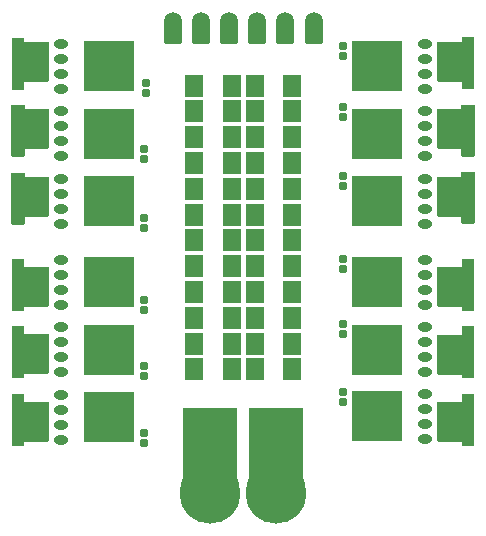
<source format=gts>
G04 Layer: TopSolderMaskLayer*
G04 EasyEDA v6.5.22, 2023-04-03 14:03:43*
G04 87db6ba2ad084763a29da5206ccfc978,3cec5f453c3247449836eb28e2eac2c3,10*
G04 Gerber Generator version 0.2*
G04 Scale: 100 percent, Rotated: No, Reflected: No *
G04 Dimensions in inches *
G04 leading zeros omitted , absolute positions ,3 integer and 6 decimal *
%FSLAX36Y36*%
%MOIN*%

%AMMACRO1*1,1,$1,$2,$3*1,1,$1,$4,$5*1,1,$1,0-$2,0-$3*1,1,$1,0-$4,0-$5*20,1,$1,$2,$3,$4,$5,0*20,1,$1,$4,$5,0-$2,0-$3,0*20,1,$1,0-$2,0-$3,0-$4,0-$5,0*20,1,$1,0-$4,0-$5,$2,$3,0*4,1,4,$2,$3,$4,$5,0-$2,0-$3,0-$4,0-$5,$2,$3,0*%
%AMMACRO2*4,1,4,-0.0836,-0.083,-0.0836,0.083,0.0836,0.083,0.0836,-0.083,-0.0836,-0.083,0*%
%AMMACRO3*4,1,4,-0.0837,-0.083,-0.0837,0.083,0.0837,0.083,0.0837,-0.083,-0.0837,-0.083,0*%
%ADD10MACRO1,0.0039X-0.05X-0.065X-0.05X0.065*%
%ADD11MACRO1,0.0039X0.05X0.065X0.05X-0.065*%
%ADD12MACRO1,0.0039X-0.0275X-0.035X-0.0275X0.035*%
%ADD13R,0.1790X0.2340*%
%ADD14O,0.04730700000000001X0.030772*%
%ADD15MACRO2*%
%ADD16MACRO3*%
%ADD17MACRO1,0.004X0.0106X-0.0111X-0.0106X-0.0111*%
%ADD18MACRO1,0.004X0.0106X0.0111X-0.0106X0.0111*%
%ADD19MACRO1,0.004X-0.0106X0.0111X0.0106X0.0111*%
%ADD20MACRO1,0.004X-0.0106X-0.0111X0.0106X-0.0111*%
%ADD21MACRO1,0.004X-0.0292X-0.034X-0.0292X0.034*%
%ADD22MACRO1,0.004X0.0292X-0.034X0.0292X0.034*%
%ADD23MACRO1,0.004X0.0292X0.034X0.0292X-0.034*%
%ADD24MACRO1,0.004X-0.0292X0.034X-0.0292X-0.034*%
%ADD25C,0.2039*%
%ADD26C,0.0589*%
%ADD27R,0.0440X0.1740*%
%ADD28MACRO1,0.004X-0.02X-0.085X-0.02X0.085*%

%LPD*%
D10*
G01*
X1450000Y1510999D03*
G01*
X1450000Y1285999D03*
G01*
X1450000Y1060999D03*
G01*
X1450000Y309000D03*
G01*
X1450000Y534000D03*
G01*
X1450000Y759000D03*
D11*
G01*
X50000Y310000D03*
G01*
X50000Y535000D03*
G01*
X50000Y760000D03*
G01*
X50000Y1060999D03*
G01*
X50000Y1285999D03*
G01*
X50000Y1510999D03*
D12*
G01*
X703000Y1605000D03*
G01*
X609000Y1605000D03*
G01*
X796999Y1605000D03*
G01*
X891000Y1605000D03*
G01*
X985000Y1605000D03*
D13*
G01*
X640000Y240000D03*
G01*
X860000Y240000D03*
D12*
G01*
X515000Y1605000D03*
D14*
G01*
X1355349Y970000D03*
G01*
X1355349Y1020000D03*
G01*
X1355349Y1070000D03*
G01*
X1355349Y1120000D03*
D15*
G01*
X1195349Y1045000D03*
D14*
G01*
X1355349Y1195000D03*
G01*
X1355349Y1245000D03*
G01*
X1355349Y1295000D03*
G01*
X1355349Y1345000D03*
D15*
G01*
X1195349Y1270000D03*
D14*
G01*
X1355349Y1420000D03*
G01*
X1355349Y1470000D03*
G01*
X1355349Y1520000D03*
G01*
X1355349Y1570000D03*
D15*
G01*
X1195349Y1495000D03*
D14*
G01*
X1355850Y253000D03*
G01*
X1355850Y303000D03*
G01*
X1355850Y353000D03*
G01*
X1355850Y403000D03*
D15*
G01*
X1195850Y327999D03*
D14*
G01*
X1355349Y475000D03*
G01*
X1355349Y525000D03*
G01*
X1355349Y575000D03*
G01*
X1355349Y625000D03*
D15*
G01*
X1195349Y550000D03*
D14*
G01*
X1355349Y700000D03*
G01*
X1355349Y750000D03*
G01*
X1355349Y800000D03*
G01*
X1355349Y850000D03*
D15*
G01*
X1195349Y775000D03*
D14*
G01*
X143649Y1120000D03*
G01*
X143649Y1070000D03*
G01*
X143649Y1020000D03*
G01*
X143649Y970000D03*
D16*
G01*
X303650Y1045000D03*
D14*
G01*
X143649Y1345000D03*
G01*
X143649Y1295000D03*
G01*
X143649Y1245000D03*
G01*
X143649Y1195000D03*
D16*
G01*
X303650Y1270000D03*
D14*
G01*
X143649Y1570000D03*
G01*
X143649Y1520000D03*
G01*
X143649Y1470000D03*
G01*
X143649Y1420000D03*
D16*
G01*
X303650Y1495000D03*
D14*
G01*
X143649Y400999D03*
G01*
X143649Y350999D03*
G01*
X143649Y300999D03*
G01*
X143649Y250999D03*
D16*
G01*
X303650Y326000D03*
D14*
G01*
X143649Y625999D03*
G01*
X143649Y575999D03*
G01*
X143649Y525999D03*
G01*
X143649Y475999D03*
D16*
G01*
X303650Y551000D03*
D14*
G01*
X143649Y850999D03*
G01*
X143649Y800999D03*
G01*
X143649Y750999D03*
G01*
X143649Y700999D03*
D16*
G01*
X303650Y776000D03*
D17*
G01*
X1083000Y1130040D03*
D18*
G01*
X1083000Y1095959D03*
D17*
G01*
X1081999Y1361040D03*
D18*
G01*
X1081999Y1326959D03*
D17*
G01*
X1083499Y1563540D03*
D18*
G01*
X1083499Y1529459D03*
D17*
G01*
X1081999Y411040D03*
D18*
G01*
X1081999Y376959D03*
D17*
G01*
X1081999Y637040D03*
D18*
G01*
X1081999Y602959D03*
D17*
G01*
X1081999Y853040D03*
D18*
G01*
X1081999Y818959D03*
D19*
G01*
X420000Y954959D03*
D20*
G01*
X420000Y989040D03*
D19*
G01*
X420999Y1185959D03*
D20*
G01*
X420999Y1220040D03*
D19*
G01*
X427000Y1406959D03*
D20*
G01*
X427000Y1441040D03*
D19*
G01*
X419000Y239959D03*
D20*
G01*
X419000Y274040D03*
D19*
G01*
X420999Y462959D03*
D20*
G01*
X420999Y497040D03*
D19*
G01*
X420999Y681959D03*
D20*
G01*
X420999Y716040D03*
D21*
G01*
X913692Y828997D03*
D22*
G01*
X788298Y828997D03*
D21*
G01*
X913692Y742998D03*
D22*
G01*
X788298Y742998D03*
D23*
G01*
X586299Y828997D03*
D24*
G01*
X711693Y828997D03*
D23*
G01*
X586299Y742998D03*
D24*
G01*
X711693Y742998D03*
D21*
G01*
X913692Y656998D03*
D22*
G01*
X788298Y656998D03*
D21*
G01*
X913996Y1258999D03*
D22*
G01*
X788602Y1258999D03*
D21*
G01*
X913996Y1172999D03*
D22*
G01*
X788602Y1172999D03*
D21*
G01*
X913996Y1087000D03*
D22*
G01*
X788602Y1087000D03*
D21*
G01*
X913692Y570997D03*
D22*
G01*
X788298Y570997D03*
D23*
G01*
X586299Y570997D03*
D24*
G01*
X711693Y570997D03*
D23*
G01*
X586603Y1258999D03*
D24*
G01*
X711996Y1258999D03*
D23*
G01*
X586603Y1172999D03*
D24*
G01*
X711996Y1172999D03*
D23*
G01*
X586603Y1087000D03*
D24*
G01*
X711996Y1087000D03*
D23*
G01*
X586603Y1001000D03*
D24*
G01*
X711996Y1001000D03*
D21*
G01*
X913692Y484998D03*
D22*
G01*
X788298Y484998D03*
D21*
G01*
X913996Y915000D03*
D22*
G01*
X788602Y915000D03*
D23*
G01*
X586603Y915000D03*
D24*
G01*
X711996Y915000D03*
D23*
G01*
X587002Y1345000D03*
D24*
G01*
X712396Y1345000D03*
D23*
G01*
X587002Y1431000D03*
D24*
G01*
X712396Y1431000D03*
D21*
G01*
X913996Y1431000D03*
D22*
G01*
X788602Y1431000D03*
D23*
G01*
X788602Y1345000D03*
D24*
G01*
X913996Y1345000D03*
D21*
G01*
X711693Y656998D03*
D22*
G01*
X586299Y656998D03*
D21*
G01*
X711693Y484998D03*
D22*
G01*
X586299Y484998D03*
D23*
G01*
X788602Y1001000D03*
D24*
G01*
X913996Y1001000D03*
D25*
G01*
X640000Y74000D03*
G01*
X860000Y74000D03*
D26*
G01*
X703000Y1645000D03*
G01*
X796999Y1645000D03*
G01*
X609000Y1645000D03*
G01*
X985000Y1645000D03*
G01*
X891000Y1645000D03*
G01*
X515000Y1645000D03*
D27*
G01*
X0Y1504000D03*
D28*
G01*
X0Y1279059D03*
G01*
X0Y1054059D03*
D27*
G01*
X0Y766500D03*
G01*
X0Y541999D03*
G01*
X0Y316999D03*
G01*
X1500000Y316500D03*
G01*
X1500000Y541500D03*
G01*
X1500000Y765999D03*
D28*
G01*
X1500000Y1054490D03*
G01*
X1500000Y1279490D03*
D27*
G01*
X1500000Y1504499D03*
M02*

</source>
